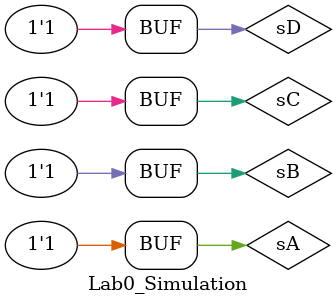
<source format=sv>
`timescale 1ns / 1ps


module Lab0_Simulation();
    
    logic sA, sB, sC, sD, sX, sY, sZ;
    
    Lab0_Tutorial UUT (
        .A(sA), .B(sB), .C(sC),
        .D(sD), .X(sX), .Y(sY),
        .Z(sZ));
        
    initial begin
    
        sA = 0; sB = 0;
        sC = 0; sD = 0;
        #10; // A # indicates a delay, in nanoseconds
        
        sD = 1;
        #10; // Must delay between each change to represent all possible scenarios
        
        sC = 1; sD = 0;
        #10; // Otherwise only the final simulation will be run
        
        sA = 1; sB = 1;
        sC = 1; sD = 1;
    
    end
    
endmodule

</source>
